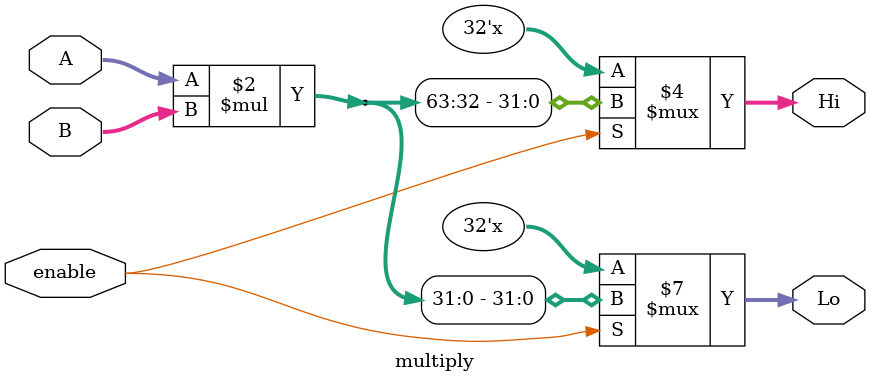
<source format=v>
module multiply (
  input enable,
  input [31:0] A,
  input [31:0] B,
  output reg [31:0] Hi,
  output reg [31:0] Lo
  );

  always @ ( * ) begin
    if(enable) begin
      {Hi, Lo} = A*B;
    end
  end

endmodule // multiply

</source>
